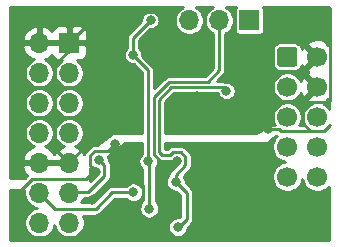
<source format=gbl>
%TF.GenerationSoftware,KiCad,Pcbnew,(5.1.6-0)*%
%TF.CreationDate,2022-11-03T10:15:40+01:00*%
%TF.ProjectId,Monitorswitch,4d6f6e69-746f-4727-9377-697463682e6b,rev?*%
%TF.SameCoordinates,Original*%
%TF.FileFunction,Copper,L2,Bot*%
%TF.FilePolarity,Positive*%
%FSLAX46Y46*%
G04 Gerber Fmt 4.6, Leading zero omitted, Abs format (unit mm)*
G04 Created by KiCad (PCBNEW (5.1.6-0)) date 2022-11-03 10:15:40*
%MOMM*%
%LPD*%
G01*
G04 APERTURE LIST*
%TA.AperFunction,ComponentPad*%
%ADD10O,1.700000X1.700000*%
%TD*%
%TA.AperFunction,ComponentPad*%
%ADD11R,1.700000X1.700000*%
%TD*%
%TA.AperFunction,ComponentPad*%
%ADD12C,1.700000*%
%TD*%
%TA.AperFunction,ViaPad*%
%ADD13C,0.800000*%
%TD*%
%TA.AperFunction,Conductor*%
%ADD14C,0.250000*%
%TD*%
%TA.AperFunction,Conductor*%
%ADD15C,0.254000*%
%TD*%
G04 APERTURE END LIST*
D10*
%TO.P,J3,3*%
%TO.N,/SWI*%
X133760000Y-94500000D03*
%TO.P,J3,2*%
%TO.N,GND*%
X136300000Y-94500000D03*
D11*
%TO.P,J3,1*%
%TO.N,+5V*%
X138840000Y-94500000D03*
%TD*%
D12*
%TO.P,J1,10*%
%TO.N,Net-(J1-Pad10)*%
X144590000Y-107740000D03*
%TO.P,J1,8*%
%TO.N,Net-(J1-Pad8)*%
X144590000Y-105200000D03*
%TO.P,J1,6*%
%TO.N,Net-(J1-Pad6)*%
X144590000Y-102660000D03*
%TO.P,J1,4*%
%TO.N,GNDA*%
X144590000Y-100120000D03*
%TO.P,J1,2*%
X144590000Y-97580000D03*
%TO.P,J1,9*%
%TO.N,/V_GFX*%
X142050000Y-107740000D03*
%TO.P,J1,7*%
%TO.N,/H_GFX*%
X142050000Y-105200000D03*
%TO.P,J1,5*%
%TO.N,/B_GFX*%
X142050000Y-102660000D03*
%TO.P,J1,3*%
%TO.N,/G_GFX*%
X142050000Y-100120000D03*
%TO.P,J1,1*%
%TO.N,/R_GFX*%
%TA.AperFunction,ComponentPad*%
G36*
G01*
X141200000Y-98180000D02*
X141200000Y-96980000D01*
G75*
G02*
X141450000Y-96730000I250000J0D01*
G01*
X142650000Y-96730000D01*
G75*
G02*
X142900000Y-96980000I0J-250000D01*
G01*
X142900000Y-98180000D01*
G75*
G02*
X142650000Y-98430000I-250000J0D01*
G01*
X141450000Y-98430000D01*
G75*
G02*
X141200000Y-98180000I0J250000D01*
G01*
G37*
%TD.AperFunction*%
%TD*%
D10*
%TO.P,J2,14*%
%TO.N,/H_OUT*%
X121060000Y-111640000D03*
%TO.P,J2,13*%
%TO.N,/H_A*%
X123600000Y-111640000D03*
%TO.P,J2,12*%
%TO.N,/V_OUT*%
X121060000Y-109100000D03*
%TO.P,J2,11*%
%TO.N,/V_A*%
X123600000Y-109100000D03*
%TO.P,J2,10*%
%TO.N,GNDA*%
X121060000Y-106560000D03*
%TO.P,J2,9*%
X123600000Y-106560000D03*
%TO.P,J2,8*%
%TO.N,/B_OUT*%
X121060000Y-104020000D03*
%TO.P,J2,7*%
%TO.N,/B_A*%
X123600000Y-104020000D03*
%TO.P,J2,6*%
%TO.N,/G_OUT*%
X121060000Y-101480000D03*
%TO.P,J2,5*%
%TO.N,/G_A*%
X123600000Y-101480000D03*
%TO.P,J2,4*%
%TO.N,/R_OUT*%
X121060000Y-98940000D03*
%TO.P,J2,3*%
%TO.N,/R_A*%
X123600000Y-98940000D03*
%TO.P,J2,2*%
%TO.N,GNDA*%
X121060000Y-96400000D03*
D11*
%TO.P,J2,1*%
X123600000Y-96400000D03*
%TD*%
D13*
%TO.N,/SWI*%
X129000000Y-97425000D03*
X130474062Y-94475937D03*
X130276600Y-106426000D03*
X130350000Y-110436400D03*
%TO.N,/V_OUT*%
X129019999Y-109046812D03*
%TO.N,/V_A*%
X126085600Y-106273600D03*
%TO.N,GND*%
X140000000Y-105400000D03*
X135600000Y-105200000D03*
X125476000Y-109728000D03*
X119126000Y-110998000D03*
X136969500Y-110363000D03*
X125831600Y-107315000D03*
X132689600Y-106400600D03*
X125476000Y-111404400D03*
X119278400Y-112623600D03*
X144983200Y-112598200D03*
X143535400Y-109321600D03*
X137972800Y-112649000D03*
X138074400Y-109829600D03*
X131572000Y-109728000D03*
X127448255Y-105000028D03*
X138684000Y-107442000D03*
X134620000Y-109220000D03*
%TO.N,+5V*%
X132600000Y-108150000D03*
X136900000Y-100450000D03*
X132789787Y-111999950D03*
%TO.N,GNDA*%
X132000000Y-95225000D03*
X140450000Y-103700000D03*
X119380000Y-93980000D03*
X145034000Y-93726000D03*
X126746000Y-99237800D03*
X139395200Y-100584000D03*
X134442200Y-100863400D03*
X136702800Y-103682800D03*
X132105400Y-103682800D03*
X125443200Y-104716800D03*
X131495800Y-97866200D03*
%TD*%
D14*
%TO.N,/SWI*%
X129000000Y-95949999D02*
X130474062Y-94475937D01*
X129000000Y-97425000D02*
X129000000Y-95949999D01*
X130350000Y-106499400D02*
X130276600Y-106426000D01*
X130350000Y-108300000D02*
X130350000Y-106499400D01*
X130276600Y-98701600D02*
X129000000Y-97425000D01*
X130276600Y-106426000D02*
X130276600Y-98701600D01*
X130350000Y-110436400D02*
X130350000Y-110614200D01*
X130350000Y-108300000D02*
X130350000Y-110436400D01*
%TO.N,/V_OUT*%
X129209800Y-109016800D02*
X129184400Y-109042200D01*
X122413001Y-110453001D02*
X121060000Y-109100000D01*
X125824001Y-110453001D02*
X122413001Y-110453001D01*
X127234802Y-109042200D02*
X125824001Y-110453001D01*
X129184400Y-109042200D02*
X127234802Y-109042200D01*
%TO.N,/V_A*%
X123697001Y-109002999D02*
X123600000Y-109100000D01*
X125216603Y-109002999D02*
X123697001Y-109002999D01*
X126556601Y-107663001D02*
X125216603Y-109002999D01*
X126085600Y-106273600D02*
X126556601Y-106744601D01*
X126556601Y-106744601D02*
X126556601Y-107663001D01*
%TO.N,GND*%
X119659001Y-110464999D02*
X119126000Y-110998000D01*
X136969500Y-110363000D02*
X136525000Y-110363000D01*
X136300000Y-96135400D02*
X136296400Y-96139000D01*
X136300000Y-94500000D02*
X136300000Y-96135400D01*
X136296400Y-96139000D02*
X136296400Y-98704400D01*
X132035811Y-99688389D02*
X130726610Y-100997590D01*
X135312411Y-99688389D02*
X132035811Y-99688389D01*
X136296400Y-98704400D02*
X135312411Y-99688389D01*
X130726610Y-105803008D02*
X131298802Y-106375200D01*
X130726610Y-100997590D02*
X130726610Y-105803008D01*
X132664200Y-106375200D02*
X132689600Y-106400600D01*
X131298802Y-106375200D02*
X132664200Y-106375200D01*
X119075200Y-112420400D02*
X119278400Y-112623600D01*
X119075200Y-109296200D02*
X119075200Y-112420400D01*
X124164001Y-112815001D02*
X119469801Y-112815001D01*
X119469801Y-112815001D02*
X119278400Y-112623600D01*
X125476000Y-111503002D02*
X124164001Y-112815001D01*
X125476000Y-111404400D02*
X125476000Y-111503002D01*
X125831600Y-107315000D02*
X125603000Y-107315000D01*
X120446401Y-107924999D02*
X120408700Y-107962700D01*
X124993001Y-107924999D02*
X120446401Y-107924999D01*
X120408700Y-107962700D02*
X119075200Y-109296200D01*
X125603000Y-107315000D02*
X124993001Y-107924999D01*
X125476000Y-109728000D02*
X127508000Y-107696000D01*
X129794000Y-108458000D02*
X129794000Y-109728000D01*
X129032000Y-107696000D02*
X129794000Y-108458000D01*
X127508000Y-107696000D02*
X129032000Y-107696000D01*
X125360599Y-105925599D02*
X125737599Y-105548599D01*
X125360599Y-106843999D02*
X125360599Y-105925599D01*
X125831600Y-107315000D02*
X125360599Y-106843999D01*
X127138599Y-105548599D02*
X127138599Y-108065401D01*
X127138599Y-108065401D02*
X125476000Y-109728000D01*
X127448255Y-107755745D02*
X125476000Y-109728000D01*
X127448255Y-105000028D02*
X127448255Y-107755745D01*
X126861401Y-105548599D02*
X126899684Y-105548599D01*
X125737599Y-105548599D02*
X126861401Y-105548599D01*
X126899684Y-105548599D02*
X127448255Y-105000028D01*
X126861401Y-105548599D02*
X127138599Y-105548599D01*
X127448255Y-105000028D02*
X127448255Y-105215745D01*
X127138599Y-105525401D02*
X127138599Y-105548599D01*
X127448255Y-105215745D02*
X127138599Y-105525401D01*
%TO.N,+5V*%
X133525001Y-109075001D02*
X132600000Y-108150000D01*
X133037601Y-105675599D02*
X132341599Y-105675599D01*
X133414601Y-106052599D02*
X133037601Y-105675599D01*
X132099198Y-105918000D02*
X131478012Y-105918000D01*
X132341599Y-105675599D02*
X132099198Y-105918000D01*
X133414601Y-106748601D02*
X133414601Y-106052599D01*
X132600000Y-107563202D02*
X133414601Y-106748601D01*
X132600000Y-108150000D02*
X132600000Y-107563202D01*
X131478012Y-105918000D02*
X131176620Y-105616608D01*
X131176620Y-101207980D02*
X132246201Y-100138399D01*
X131176620Y-105616608D02*
X131176620Y-101207980D01*
X136588399Y-100138399D02*
X136900000Y-100450000D01*
X132246201Y-100138399D02*
X136588399Y-100138399D01*
X132873052Y-111999950D02*
X133525001Y-111348001D01*
X133525001Y-111274601D02*
X133525001Y-109075001D01*
X133525001Y-111348001D02*
X133525001Y-111274601D01*
X132789787Y-111999950D02*
X132873052Y-111999950D01*
%TO.N,GNDA*%
X122424999Y-98225001D02*
X122424999Y-105384999D01*
X122424999Y-105384999D02*
X123600000Y-106560000D01*
X123600000Y-97050000D02*
X122424999Y-98225001D01*
X123600000Y-96400000D02*
X123600000Y-97050000D01*
X121060000Y-106560000D02*
X123600000Y-106560000D01*
X130822063Y-93750936D02*
X126249064Y-93750936D01*
X126249064Y-93750936D02*
X125425000Y-94575000D01*
X131199063Y-94424063D02*
X131199063Y-94127936D01*
X132000000Y-95225000D02*
X131199063Y-94424063D01*
X125700000Y-94300000D02*
X125425000Y-94575000D01*
X125425000Y-94575000D02*
X123600000Y-96400000D01*
X131199063Y-94127936D02*
X130822063Y-93750936D01*
X123600000Y-106560000D02*
X123600000Y-106524000D01*
X123600000Y-106524000D02*
X126746000Y-103378000D01*
X119634000Y-94234000D02*
X119380000Y-93980000D01*
X126746000Y-94234000D02*
X119634000Y-94234000D01*
X126746000Y-99237800D02*
X126746000Y-94234000D01*
X126746000Y-103378000D02*
X126746000Y-99237800D01*
X141485999Y-103835001D02*
X145154001Y-103835001D01*
X141350998Y-103700000D02*
X141485999Y-103835001D01*
X140450000Y-103700000D02*
X141350998Y-103700000D01*
X145154001Y-103835001D02*
X145674990Y-103314012D01*
X145674990Y-93421200D02*
X145338800Y-93421200D01*
X145542000Y-101422200D02*
X145674990Y-101289210D01*
X145338800Y-93421200D02*
X145034000Y-93726000D01*
X143414999Y-102095999D02*
X144088798Y-101422200D01*
X145154001Y-103835001D02*
X144025999Y-103835001D01*
X144025999Y-103835001D02*
X143414999Y-103224001D01*
X144088798Y-101422200D02*
X145542000Y-101422200D01*
X145674990Y-101289210D02*
X145674990Y-93421200D01*
X143414999Y-103224001D02*
X143414999Y-102095999D01*
%TD*%
D15*
%TO.N,GND*%
G36*
X141149474Y-104283261D02*
G01*
X141051875Y-104380860D01*
X140911247Y-104591324D01*
X140814381Y-104825179D01*
X140765000Y-105073439D01*
X140765000Y-105326561D01*
X140814381Y-105574821D01*
X140911247Y-105808676D01*
X141051875Y-106019140D01*
X141230860Y-106198125D01*
X141441324Y-106338753D01*
X141675179Y-106435619D01*
X141848027Y-106470000D01*
X141675179Y-106504381D01*
X141441324Y-106601247D01*
X141230860Y-106741875D01*
X141051875Y-106920860D01*
X140911247Y-107131324D01*
X140814381Y-107365179D01*
X140765000Y-107613439D01*
X140765000Y-107866561D01*
X140814381Y-108114821D01*
X140911247Y-108348676D01*
X141051875Y-108559140D01*
X141230860Y-108738125D01*
X141441324Y-108878753D01*
X141675179Y-108975619D01*
X141923439Y-109025000D01*
X142176561Y-109025000D01*
X142424821Y-108975619D01*
X142658676Y-108878753D01*
X142869140Y-108738125D01*
X143048125Y-108559140D01*
X143188753Y-108348676D01*
X143285619Y-108114821D01*
X143320000Y-107941973D01*
X143354381Y-108114821D01*
X143451247Y-108348676D01*
X143591875Y-108559140D01*
X143770860Y-108738125D01*
X143981324Y-108878753D01*
X144215179Y-108975619D01*
X144463439Y-109025000D01*
X144716561Y-109025000D01*
X144964821Y-108975619D01*
X145198676Y-108878753D01*
X145409140Y-108738125D01*
X145565001Y-108582264D01*
X145565001Y-113053000D01*
X118595000Y-113053000D01*
X118595000Y-108839000D01*
X119801741Y-108839000D01*
X119775000Y-108973439D01*
X119775000Y-109226561D01*
X119824381Y-109474821D01*
X119921247Y-109708676D01*
X120061875Y-109919140D01*
X120240860Y-110098125D01*
X120451324Y-110238753D01*
X120685179Y-110335619D01*
X120858027Y-110370000D01*
X120685179Y-110404381D01*
X120451324Y-110501247D01*
X120240860Y-110641875D01*
X120061875Y-110820860D01*
X119921247Y-111031324D01*
X119824381Y-111265179D01*
X119775000Y-111513439D01*
X119775000Y-111766561D01*
X119824381Y-112014821D01*
X119921247Y-112248676D01*
X120061875Y-112459140D01*
X120240860Y-112638125D01*
X120451324Y-112778753D01*
X120685179Y-112875619D01*
X120933439Y-112925000D01*
X121186561Y-112925000D01*
X121434821Y-112875619D01*
X121668676Y-112778753D01*
X121879140Y-112638125D01*
X122058125Y-112459140D01*
X122198753Y-112248676D01*
X122295619Y-112014821D01*
X122330000Y-111841973D01*
X122364381Y-112014821D01*
X122461247Y-112248676D01*
X122601875Y-112459140D01*
X122780860Y-112638125D01*
X122991324Y-112778753D01*
X123225179Y-112875619D01*
X123473439Y-112925000D01*
X123726561Y-112925000D01*
X123974821Y-112875619D01*
X124208676Y-112778753D01*
X124419140Y-112638125D01*
X124598125Y-112459140D01*
X124738753Y-112248676D01*
X124835619Y-112014821D01*
X124885000Y-111766561D01*
X124885000Y-111513439D01*
X124835619Y-111265179D01*
X124738753Y-111031324D01*
X124726510Y-111013001D01*
X125796505Y-111013001D01*
X125824001Y-111015709D01*
X125851497Y-111013001D01*
X125851507Y-111013001D01*
X125933780Y-111004898D01*
X126039340Y-110972876D01*
X126136625Y-110920876D01*
X126186279Y-110880126D01*
X126200531Y-110868430D01*
X126200532Y-110868429D01*
X126221896Y-110850896D01*
X126239429Y-110829532D01*
X127466762Y-109602200D01*
X128394519Y-109602200D01*
X128487718Y-109695399D01*
X128624478Y-109786779D01*
X128776439Y-109849723D01*
X128937759Y-109881812D01*
X129102239Y-109881812D01*
X129263559Y-109849723D01*
X129415520Y-109786779D01*
X129552280Y-109695399D01*
X129668586Y-109579093D01*
X129759966Y-109442333D01*
X129790001Y-109369823D01*
X129790001Y-109815531D01*
X129701413Y-109904119D01*
X129610033Y-110040879D01*
X129547089Y-110192840D01*
X129515000Y-110354160D01*
X129515000Y-110518640D01*
X129547089Y-110679960D01*
X129610033Y-110831921D01*
X129701413Y-110968681D01*
X129817719Y-111084987D01*
X129954479Y-111176367D01*
X130106440Y-111239311D01*
X130267760Y-111271400D01*
X130432240Y-111271400D01*
X130593560Y-111239311D01*
X130745521Y-111176367D01*
X130882281Y-111084987D01*
X130998587Y-110968681D01*
X131089967Y-110831921D01*
X131152911Y-110679960D01*
X131185000Y-110518640D01*
X131185000Y-110354160D01*
X131152911Y-110192840D01*
X131089967Y-110040879D01*
X130998587Y-109904119D01*
X130910000Y-109815532D01*
X130910000Y-106973468D01*
X130925187Y-106958281D01*
X131016567Y-106821521D01*
X131079511Y-106669560D01*
X131111600Y-106508240D01*
X131111600Y-106343760D01*
X131111118Y-106341337D01*
X131143693Y-106368070D01*
X131165388Y-106385875D01*
X131262672Y-106437875D01*
X131287241Y-106445328D01*
X131368233Y-106469897D01*
X131450506Y-106478000D01*
X131450516Y-106478000D01*
X131478012Y-106480708D01*
X131505508Y-106478000D01*
X132071702Y-106478000D01*
X132099198Y-106480708D01*
X132126694Y-106478000D01*
X132126704Y-106478000D01*
X132208977Y-106469897D01*
X132314537Y-106437875D01*
X132411822Y-106385875D01*
X132414863Y-106383379D01*
X132475728Y-106333429D01*
X132475729Y-106333428D01*
X132497093Y-106315895D01*
X132514626Y-106294530D01*
X132573558Y-106235599D01*
X132805642Y-106235599D01*
X132854601Y-106284558D01*
X132854601Y-106516642D01*
X132223464Y-107147779D01*
X132202106Y-107165307D01*
X132184578Y-107186665D01*
X132184571Y-107186672D01*
X132132125Y-107250578D01*
X132080540Y-107347089D01*
X132080126Y-107347863D01*
X132048103Y-107453423D01*
X132040717Y-107528415D01*
X131951413Y-107617719D01*
X131860033Y-107754479D01*
X131797089Y-107906440D01*
X131765000Y-108067760D01*
X131765000Y-108232240D01*
X131797089Y-108393560D01*
X131860033Y-108545521D01*
X131951413Y-108682281D01*
X132067719Y-108798587D01*
X132204479Y-108889967D01*
X132356440Y-108952911D01*
X132517760Y-108985000D01*
X132643041Y-108985000D01*
X132965002Y-109306962D01*
X132965001Y-111116041D01*
X132908781Y-111172261D01*
X132872027Y-111164950D01*
X132707547Y-111164950D01*
X132546227Y-111197039D01*
X132394266Y-111259983D01*
X132257506Y-111351363D01*
X132141200Y-111467669D01*
X132049820Y-111604429D01*
X131986876Y-111756390D01*
X131954787Y-111917710D01*
X131954787Y-112082190D01*
X131986876Y-112243510D01*
X132049820Y-112395471D01*
X132141200Y-112532231D01*
X132257506Y-112648537D01*
X132394266Y-112739917D01*
X132546227Y-112802861D01*
X132707547Y-112834950D01*
X132872027Y-112834950D01*
X133033347Y-112802861D01*
X133185308Y-112739917D01*
X133322068Y-112648537D01*
X133438374Y-112532231D01*
X133529754Y-112395471D01*
X133592698Y-112243510D01*
X133624787Y-112082190D01*
X133624787Y-112040175D01*
X133901538Y-111763424D01*
X133922896Y-111745896D01*
X133940424Y-111724538D01*
X133940430Y-111724532D01*
X133992876Y-111660626D01*
X134044875Y-111563341D01*
X134044876Y-111563340D01*
X134076898Y-111457780D01*
X134085001Y-111375507D01*
X134085001Y-111375498D01*
X134087709Y-111348002D01*
X134085001Y-111320506D01*
X134085001Y-109102497D01*
X134087709Y-109075001D01*
X134085001Y-109047505D01*
X134085001Y-109047495D01*
X134076898Y-108965222D01*
X134044876Y-108859662D01*
X134006390Y-108787660D01*
X133992876Y-108762376D01*
X133940430Y-108698470D01*
X133940424Y-108698464D01*
X133922896Y-108677106D01*
X133901538Y-108659578D01*
X133435000Y-108193041D01*
X133435000Y-108067760D01*
X133402911Y-107906440D01*
X133339967Y-107754479D01*
X133284177Y-107670984D01*
X133791132Y-107164029D01*
X133812496Y-107146496D01*
X133830030Y-107125131D01*
X133882476Y-107061226D01*
X133919544Y-106991875D01*
X133934476Y-106963940D01*
X133966498Y-106858380D01*
X133974601Y-106776107D01*
X133974601Y-106776097D01*
X133977309Y-106748601D01*
X133974601Y-106721105D01*
X133974601Y-106080095D01*
X133977309Y-106052599D01*
X133974601Y-106025103D01*
X133974601Y-106025093D01*
X133966498Y-105942820D01*
X133934476Y-105837260D01*
X133934476Y-105837259D01*
X133882476Y-105739974D01*
X133830030Y-105676069D01*
X133830029Y-105676068D01*
X133812496Y-105654704D01*
X133791132Y-105637171D01*
X133453029Y-105299068D01*
X133435496Y-105277704D01*
X133408586Y-105255619D01*
X133350225Y-105207724D01*
X133337980Y-105201179D01*
X133252940Y-105155724D01*
X133147380Y-105123702D01*
X133065107Y-105115599D01*
X133065097Y-105115599D01*
X133037601Y-105112891D01*
X133010105Y-105115599D01*
X132369095Y-105115599D01*
X132341599Y-105112891D01*
X132314103Y-105115599D01*
X132314093Y-105115599D01*
X132231820Y-105123702D01*
X132126260Y-105155724D01*
X132028975Y-105207724D01*
X131943704Y-105277704D01*
X131926167Y-105299073D01*
X131867240Y-105358000D01*
X131736620Y-105358000D01*
X131736620Y-104902000D01*
X140335000Y-104902000D01*
X140359776Y-104899560D01*
X140383601Y-104892333D01*
X140405557Y-104880597D01*
X140424803Y-104864803D01*
X140857931Y-104431675D01*
X140982281Y-104348587D01*
X141063868Y-104267000D01*
X141129660Y-104267000D01*
X141149474Y-104283261D01*
G37*
X141149474Y-104283261D02*
X141051875Y-104380860D01*
X140911247Y-104591324D01*
X140814381Y-104825179D01*
X140765000Y-105073439D01*
X140765000Y-105326561D01*
X140814381Y-105574821D01*
X140911247Y-105808676D01*
X141051875Y-106019140D01*
X141230860Y-106198125D01*
X141441324Y-106338753D01*
X141675179Y-106435619D01*
X141848027Y-106470000D01*
X141675179Y-106504381D01*
X141441324Y-106601247D01*
X141230860Y-106741875D01*
X141051875Y-106920860D01*
X140911247Y-107131324D01*
X140814381Y-107365179D01*
X140765000Y-107613439D01*
X140765000Y-107866561D01*
X140814381Y-108114821D01*
X140911247Y-108348676D01*
X141051875Y-108559140D01*
X141230860Y-108738125D01*
X141441324Y-108878753D01*
X141675179Y-108975619D01*
X141923439Y-109025000D01*
X142176561Y-109025000D01*
X142424821Y-108975619D01*
X142658676Y-108878753D01*
X142869140Y-108738125D01*
X143048125Y-108559140D01*
X143188753Y-108348676D01*
X143285619Y-108114821D01*
X143320000Y-107941973D01*
X143354381Y-108114821D01*
X143451247Y-108348676D01*
X143591875Y-108559140D01*
X143770860Y-108738125D01*
X143981324Y-108878753D01*
X144215179Y-108975619D01*
X144463439Y-109025000D01*
X144716561Y-109025000D01*
X144964821Y-108975619D01*
X145198676Y-108878753D01*
X145409140Y-108738125D01*
X145565001Y-108582264D01*
X145565001Y-113053000D01*
X118595000Y-113053000D01*
X118595000Y-108839000D01*
X119801741Y-108839000D01*
X119775000Y-108973439D01*
X119775000Y-109226561D01*
X119824381Y-109474821D01*
X119921247Y-109708676D01*
X120061875Y-109919140D01*
X120240860Y-110098125D01*
X120451324Y-110238753D01*
X120685179Y-110335619D01*
X120858027Y-110370000D01*
X120685179Y-110404381D01*
X120451324Y-110501247D01*
X120240860Y-110641875D01*
X120061875Y-110820860D01*
X119921247Y-111031324D01*
X119824381Y-111265179D01*
X119775000Y-111513439D01*
X119775000Y-111766561D01*
X119824381Y-112014821D01*
X119921247Y-112248676D01*
X120061875Y-112459140D01*
X120240860Y-112638125D01*
X120451324Y-112778753D01*
X120685179Y-112875619D01*
X120933439Y-112925000D01*
X121186561Y-112925000D01*
X121434821Y-112875619D01*
X121668676Y-112778753D01*
X121879140Y-112638125D01*
X122058125Y-112459140D01*
X122198753Y-112248676D01*
X122295619Y-112014821D01*
X122330000Y-111841973D01*
X122364381Y-112014821D01*
X122461247Y-112248676D01*
X122601875Y-112459140D01*
X122780860Y-112638125D01*
X122991324Y-112778753D01*
X123225179Y-112875619D01*
X123473439Y-112925000D01*
X123726561Y-112925000D01*
X123974821Y-112875619D01*
X124208676Y-112778753D01*
X124419140Y-112638125D01*
X124598125Y-112459140D01*
X124738753Y-112248676D01*
X124835619Y-112014821D01*
X124885000Y-111766561D01*
X124885000Y-111513439D01*
X124835619Y-111265179D01*
X124738753Y-111031324D01*
X124726510Y-111013001D01*
X125796505Y-111013001D01*
X125824001Y-111015709D01*
X125851497Y-111013001D01*
X125851507Y-111013001D01*
X125933780Y-111004898D01*
X126039340Y-110972876D01*
X126136625Y-110920876D01*
X126186279Y-110880126D01*
X126200531Y-110868430D01*
X126200532Y-110868429D01*
X126221896Y-110850896D01*
X126239429Y-110829532D01*
X127466762Y-109602200D01*
X128394519Y-109602200D01*
X128487718Y-109695399D01*
X128624478Y-109786779D01*
X128776439Y-109849723D01*
X128937759Y-109881812D01*
X129102239Y-109881812D01*
X129263559Y-109849723D01*
X129415520Y-109786779D01*
X129552280Y-109695399D01*
X129668586Y-109579093D01*
X129759966Y-109442333D01*
X129790001Y-109369823D01*
X129790001Y-109815531D01*
X129701413Y-109904119D01*
X129610033Y-110040879D01*
X129547089Y-110192840D01*
X129515000Y-110354160D01*
X129515000Y-110518640D01*
X129547089Y-110679960D01*
X129610033Y-110831921D01*
X129701413Y-110968681D01*
X129817719Y-111084987D01*
X129954479Y-111176367D01*
X130106440Y-111239311D01*
X130267760Y-111271400D01*
X130432240Y-111271400D01*
X130593560Y-111239311D01*
X130745521Y-111176367D01*
X130882281Y-111084987D01*
X130998587Y-110968681D01*
X131089967Y-110831921D01*
X131152911Y-110679960D01*
X131185000Y-110518640D01*
X131185000Y-110354160D01*
X131152911Y-110192840D01*
X131089967Y-110040879D01*
X130998587Y-109904119D01*
X130910000Y-109815532D01*
X130910000Y-106973468D01*
X130925187Y-106958281D01*
X131016567Y-106821521D01*
X131079511Y-106669560D01*
X131111600Y-106508240D01*
X131111600Y-106343760D01*
X131111118Y-106341337D01*
X131143693Y-106368070D01*
X131165388Y-106385875D01*
X131262672Y-106437875D01*
X131287241Y-106445328D01*
X131368233Y-106469897D01*
X131450506Y-106478000D01*
X131450516Y-106478000D01*
X131478012Y-106480708D01*
X131505508Y-106478000D01*
X132071702Y-106478000D01*
X132099198Y-106480708D01*
X132126694Y-106478000D01*
X132126704Y-106478000D01*
X132208977Y-106469897D01*
X132314537Y-106437875D01*
X132411822Y-106385875D01*
X132414863Y-106383379D01*
X132475728Y-106333429D01*
X132475729Y-106333428D01*
X132497093Y-106315895D01*
X132514626Y-106294530D01*
X132573558Y-106235599D01*
X132805642Y-106235599D01*
X132854601Y-106284558D01*
X132854601Y-106516642D01*
X132223464Y-107147779D01*
X132202106Y-107165307D01*
X132184578Y-107186665D01*
X132184571Y-107186672D01*
X132132125Y-107250578D01*
X132080540Y-107347089D01*
X132080126Y-107347863D01*
X132048103Y-107453423D01*
X132040717Y-107528415D01*
X131951413Y-107617719D01*
X131860033Y-107754479D01*
X131797089Y-107906440D01*
X131765000Y-108067760D01*
X131765000Y-108232240D01*
X131797089Y-108393560D01*
X131860033Y-108545521D01*
X131951413Y-108682281D01*
X132067719Y-108798587D01*
X132204479Y-108889967D01*
X132356440Y-108952911D01*
X132517760Y-108985000D01*
X132643041Y-108985000D01*
X132965002Y-109306962D01*
X132965001Y-111116041D01*
X132908781Y-111172261D01*
X132872027Y-111164950D01*
X132707547Y-111164950D01*
X132546227Y-111197039D01*
X132394266Y-111259983D01*
X132257506Y-111351363D01*
X132141200Y-111467669D01*
X132049820Y-111604429D01*
X131986876Y-111756390D01*
X131954787Y-111917710D01*
X131954787Y-112082190D01*
X131986876Y-112243510D01*
X132049820Y-112395471D01*
X132141200Y-112532231D01*
X132257506Y-112648537D01*
X132394266Y-112739917D01*
X132546227Y-112802861D01*
X132707547Y-112834950D01*
X132872027Y-112834950D01*
X133033347Y-112802861D01*
X133185308Y-112739917D01*
X133322068Y-112648537D01*
X133438374Y-112532231D01*
X133529754Y-112395471D01*
X133592698Y-112243510D01*
X133624787Y-112082190D01*
X133624787Y-112040175D01*
X133901538Y-111763424D01*
X133922896Y-111745896D01*
X133940424Y-111724538D01*
X133940430Y-111724532D01*
X133992876Y-111660626D01*
X134044875Y-111563341D01*
X134044876Y-111563340D01*
X134076898Y-111457780D01*
X134085001Y-111375507D01*
X134085001Y-111375498D01*
X134087709Y-111348002D01*
X134085001Y-111320506D01*
X134085001Y-109102497D01*
X134087709Y-109075001D01*
X134085001Y-109047505D01*
X134085001Y-109047495D01*
X134076898Y-108965222D01*
X134044876Y-108859662D01*
X134006390Y-108787660D01*
X133992876Y-108762376D01*
X133940430Y-108698470D01*
X133940424Y-108698464D01*
X133922896Y-108677106D01*
X133901538Y-108659578D01*
X133435000Y-108193041D01*
X133435000Y-108067760D01*
X133402911Y-107906440D01*
X133339967Y-107754479D01*
X133284177Y-107670984D01*
X133791132Y-107164029D01*
X133812496Y-107146496D01*
X133830030Y-107125131D01*
X133882476Y-107061226D01*
X133919544Y-106991875D01*
X133934476Y-106963940D01*
X133966498Y-106858380D01*
X133974601Y-106776107D01*
X133974601Y-106776097D01*
X133977309Y-106748601D01*
X133974601Y-106721105D01*
X133974601Y-106080095D01*
X133977309Y-106052599D01*
X133974601Y-106025103D01*
X133974601Y-106025093D01*
X133966498Y-105942820D01*
X133934476Y-105837260D01*
X133934476Y-105837259D01*
X133882476Y-105739974D01*
X133830030Y-105676069D01*
X133830029Y-105676068D01*
X133812496Y-105654704D01*
X133791132Y-105637171D01*
X133453029Y-105299068D01*
X133435496Y-105277704D01*
X133408586Y-105255619D01*
X133350225Y-105207724D01*
X133337980Y-105201179D01*
X133252940Y-105155724D01*
X133147380Y-105123702D01*
X133065107Y-105115599D01*
X133065097Y-105115599D01*
X133037601Y-105112891D01*
X133010105Y-105115599D01*
X132369095Y-105115599D01*
X132341599Y-105112891D01*
X132314103Y-105115599D01*
X132314093Y-105115599D01*
X132231820Y-105123702D01*
X132126260Y-105155724D01*
X132028975Y-105207724D01*
X131943704Y-105277704D01*
X131926167Y-105299073D01*
X131867240Y-105358000D01*
X131736620Y-105358000D01*
X131736620Y-104902000D01*
X140335000Y-104902000D01*
X140359776Y-104899560D01*
X140383601Y-104892333D01*
X140405557Y-104880597D01*
X140424803Y-104864803D01*
X140857931Y-104431675D01*
X140982281Y-104348587D01*
X141063868Y-104267000D01*
X141129660Y-104267000D01*
X141149474Y-104283261D01*
G36*
X129716600Y-105805132D02*
G01*
X129628013Y-105893719D01*
X129536633Y-106030479D01*
X129473689Y-106182440D01*
X129441600Y-106343760D01*
X129441600Y-106508240D01*
X129473689Y-106669560D01*
X129536633Y-106821521D01*
X129628013Y-106958281D01*
X129744319Y-107074587D01*
X129790001Y-107105110D01*
X129790000Y-108272494D01*
X129790000Y-108723800D01*
X129759966Y-108651291D01*
X129668586Y-108514531D01*
X129552280Y-108398225D01*
X129415520Y-108306845D01*
X129263559Y-108243901D01*
X129102239Y-108211812D01*
X128937759Y-108211812D01*
X128776439Y-108243901D01*
X128624478Y-108306845D01*
X128487718Y-108398225D01*
X128403743Y-108482200D01*
X127262298Y-108482200D01*
X127234802Y-108479492D01*
X127207306Y-108482200D01*
X127207296Y-108482200D01*
X127125023Y-108490303D01*
X127019463Y-108522325D01*
X126995518Y-108535124D01*
X126922177Y-108574325D01*
X126858271Y-108626771D01*
X126858265Y-108626777D01*
X126836907Y-108644305D01*
X126819379Y-108665663D01*
X125592042Y-109893001D01*
X124615591Y-109893001D01*
X124738753Y-109708676D01*
X124799094Y-109562999D01*
X125189107Y-109562999D01*
X125216603Y-109565707D01*
X125244099Y-109562999D01*
X125244109Y-109562999D01*
X125326382Y-109554896D01*
X125431942Y-109522874D01*
X125529227Y-109470874D01*
X125545366Y-109457629D01*
X125593133Y-109418428D01*
X125593134Y-109418427D01*
X125614498Y-109400894D01*
X125632032Y-109379529D01*
X126933138Y-108078424D01*
X126954496Y-108060896D01*
X126972024Y-108039538D01*
X126972030Y-108039532D01*
X127024476Y-107975626D01*
X127076475Y-107878341D01*
X127076476Y-107878340D01*
X127108498Y-107772780D01*
X127116601Y-107690507D01*
X127116601Y-107690495D01*
X127119309Y-107663002D01*
X127116601Y-107635509D01*
X127116601Y-106772096D01*
X127119309Y-106744600D01*
X127116601Y-106717104D01*
X127116601Y-106717095D01*
X127108498Y-106634822D01*
X127076476Y-106529262D01*
X127027628Y-106437874D01*
X127024476Y-106431976D01*
X126972030Y-106368070D01*
X126972024Y-106368064D01*
X126954496Y-106346706D01*
X126933137Y-106329177D01*
X126920600Y-106316640D01*
X126920600Y-106191360D01*
X126888511Y-106030040D01*
X126849808Y-105936602D01*
X128310422Y-104902000D01*
X129716600Y-104902000D01*
X129716600Y-105805132D01*
G37*
X129716600Y-105805132D02*
X129628013Y-105893719D01*
X129536633Y-106030479D01*
X129473689Y-106182440D01*
X129441600Y-106343760D01*
X129441600Y-106508240D01*
X129473689Y-106669560D01*
X129536633Y-106821521D01*
X129628013Y-106958281D01*
X129744319Y-107074587D01*
X129790001Y-107105110D01*
X129790000Y-108272494D01*
X129790000Y-108723800D01*
X129759966Y-108651291D01*
X129668586Y-108514531D01*
X129552280Y-108398225D01*
X129415520Y-108306845D01*
X129263559Y-108243901D01*
X129102239Y-108211812D01*
X128937759Y-108211812D01*
X128776439Y-108243901D01*
X128624478Y-108306845D01*
X128487718Y-108398225D01*
X128403743Y-108482200D01*
X127262298Y-108482200D01*
X127234802Y-108479492D01*
X127207306Y-108482200D01*
X127207296Y-108482200D01*
X127125023Y-108490303D01*
X127019463Y-108522325D01*
X126995518Y-108535124D01*
X126922177Y-108574325D01*
X126858271Y-108626771D01*
X126858265Y-108626777D01*
X126836907Y-108644305D01*
X126819379Y-108665663D01*
X125592042Y-109893001D01*
X124615591Y-109893001D01*
X124738753Y-109708676D01*
X124799094Y-109562999D01*
X125189107Y-109562999D01*
X125216603Y-109565707D01*
X125244099Y-109562999D01*
X125244109Y-109562999D01*
X125326382Y-109554896D01*
X125431942Y-109522874D01*
X125529227Y-109470874D01*
X125545366Y-109457629D01*
X125593133Y-109418428D01*
X125593134Y-109418427D01*
X125614498Y-109400894D01*
X125632032Y-109379529D01*
X126933138Y-108078424D01*
X126954496Y-108060896D01*
X126972024Y-108039538D01*
X126972030Y-108039532D01*
X127024476Y-107975626D01*
X127076475Y-107878341D01*
X127076476Y-107878340D01*
X127108498Y-107772780D01*
X127116601Y-107690507D01*
X127116601Y-107690495D01*
X127119309Y-107663002D01*
X127116601Y-107635509D01*
X127116601Y-106772096D01*
X127119309Y-106744600D01*
X127116601Y-106717104D01*
X127116601Y-106717095D01*
X127108498Y-106634822D01*
X127076476Y-106529262D01*
X127027628Y-106437874D01*
X127024476Y-106431976D01*
X126972030Y-106368070D01*
X126972024Y-106368064D01*
X126954496Y-106346706D01*
X126933137Y-106329177D01*
X126920600Y-106316640D01*
X126920600Y-106191360D01*
X126888511Y-106030040D01*
X126849808Y-105936602D01*
X128310422Y-104902000D01*
X129716600Y-104902000D01*
X129716600Y-105805132D01*
G36*
X125553319Y-106922187D02*
G01*
X125690079Y-107013567D01*
X125842040Y-107076511D01*
X125996601Y-107107256D01*
X125996601Y-107431041D01*
X125349000Y-108078643D01*
X125349000Y-106999674D01*
X125513960Y-106882828D01*
X125553319Y-106922187D01*
G37*
X125553319Y-106922187D02*
X125690079Y-107013567D01*
X125842040Y-107076511D01*
X125996601Y-107107256D01*
X125996601Y-107431041D01*
X125349000Y-108078643D01*
X125349000Y-106999674D01*
X125513960Y-106882828D01*
X125553319Y-106922187D01*
%TO.N,GNDA*%
G36*
X133176903Y-93409102D02*
G01*
X132975283Y-93543820D01*
X132803820Y-93715283D01*
X132669102Y-93916903D01*
X132576307Y-94140931D01*
X132529000Y-94378757D01*
X132529000Y-94621243D01*
X132576307Y-94859069D01*
X132669102Y-95083097D01*
X132803820Y-95284717D01*
X132975283Y-95456180D01*
X133176903Y-95590898D01*
X133400931Y-95683693D01*
X133638757Y-95731000D01*
X133881243Y-95731000D01*
X134119069Y-95683693D01*
X134343097Y-95590898D01*
X134544717Y-95456180D01*
X134716180Y-95284717D01*
X134850898Y-95083097D01*
X134943693Y-94859069D01*
X134991000Y-94621243D01*
X134991000Y-94378757D01*
X134943693Y-94140931D01*
X134850898Y-93916903D01*
X134716180Y-93715283D01*
X134544717Y-93543820D01*
X134343097Y-93409102D01*
X134309052Y-93395000D01*
X135750948Y-93395000D01*
X135716903Y-93409102D01*
X135515283Y-93543820D01*
X135343820Y-93715283D01*
X135209102Y-93916903D01*
X135116307Y-94140931D01*
X135069000Y-94378757D01*
X135069000Y-94621243D01*
X135116307Y-94859069D01*
X135209102Y-95083097D01*
X135343820Y-95284717D01*
X135515283Y-95456180D01*
X135716903Y-95590898D01*
X135794001Y-95622833D01*
X135794001Y-96077587D01*
X135790400Y-96114147D01*
X135790400Y-96114154D01*
X135787953Y-96139000D01*
X135790400Y-96163846D01*
X135790401Y-98494807D01*
X135102820Y-99182389D01*
X132060665Y-99182389D01*
X132035811Y-99179941D01*
X132010957Y-99182389D01*
X131936618Y-99189711D01*
X131841236Y-99218644D01*
X131753332Y-99265630D01*
X131676284Y-99328862D01*
X131660440Y-99348168D01*
X130782600Y-100226009D01*
X130782600Y-98726445D01*
X130785047Y-98701599D01*
X130782600Y-98676753D01*
X130782600Y-98676746D01*
X130775278Y-98602407D01*
X130746345Y-98507025D01*
X130699359Y-98419121D01*
X130636127Y-98342073D01*
X130616820Y-98326228D01*
X129781000Y-97490409D01*
X129781000Y-97348078D01*
X129750987Y-97197191D01*
X129692113Y-97055058D01*
X129606642Y-96927141D01*
X129506000Y-96826499D01*
X129506000Y-96159590D01*
X130408654Y-95256937D01*
X130550984Y-95256937D01*
X130701871Y-95226924D01*
X130844004Y-95168050D01*
X130971921Y-95082579D01*
X131080704Y-94973796D01*
X131166175Y-94845879D01*
X131225049Y-94703746D01*
X131255062Y-94552859D01*
X131255062Y-94399015D01*
X131225049Y-94248128D01*
X131166175Y-94105995D01*
X131080704Y-93978078D01*
X130971921Y-93869295D01*
X130844004Y-93783824D01*
X130701871Y-93724950D01*
X130550984Y-93694937D01*
X130397140Y-93694937D01*
X130246253Y-93724950D01*
X130104120Y-93783824D01*
X129976203Y-93869295D01*
X129867420Y-93978078D01*
X129781949Y-94105995D01*
X129723075Y-94248128D01*
X129693062Y-94399015D01*
X129693062Y-94541345D01*
X128659780Y-95574627D01*
X128640474Y-95590472D01*
X128577242Y-95667520D01*
X128557903Y-95703701D01*
X128530255Y-95755425D01*
X128501322Y-95850807D01*
X128491553Y-95949999D01*
X128494001Y-95974855D01*
X128494000Y-96826499D01*
X128393358Y-96927141D01*
X128307887Y-97055058D01*
X128249013Y-97197191D01*
X128219000Y-97348078D01*
X128219000Y-97501922D01*
X128249013Y-97652809D01*
X128307887Y-97794942D01*
X128393358Y-97922859D01*
X128502141Y-98031642D01*
X128630058Y-98117113D01*
X128772191Y-98175987D01*
X128923078Y-98206000D01*
X129065409Y-98206000D01*
X129770601Y-98911193D01*
X129770600Y-104013000D01*
X127381000Y-104013000D01*
X127356224Y-104015440D01*
X127332399Y-104022667D01*
X127304800Y-104038400D01*
X125965868Y-105042599D01*
X125762453Y-105042599D01*
X125737599Y-105040151D01*
X125712745Y-105042599D01*
X125638406Y-105049921D01*
X125543024Y-105078854D01*
X125455120Y-105125840D01*
X125378072Y-105189072D01*
X125362228Y-105208378D01*
X125020379Y-105550228D01*
X125001073Y-105566072D01*
X124937841Y-105643120D01*
X124915194Y-105685490D01*
X124890854Y-105731025D01*
X124871879Y-105793579D01*
X124871641Y-105793080D01*
X124697588Y-105559731D01*
X124481355Y-105364822D01*
X124231252Y-105215843D01*
X124068832Y-105158228D01*
X124183097Y-105110898D01*
X124384717Y-104976180D01*
X124556180Y-104804717D01*
X124690898Y-104603097D01*
X124783693Y-104379069D01*
X124831000Y-104141243D01*
X124831000Y-103898757D01*
X124783693Y-103660931D01*
X124690898Y-103436903D01*
X124556180Y-103235283D01*
X124384717Y-103063820D01*
X124183097Y-102929102D01*
X123959069Y-102836307D01*
X123721243Y-102789000D01*
X123478757Y-102789000D01*
X123240931Y-102836307D01*
X123016903Y-102929102D01*
X122815283Y-103063820D01*
X122643820Y-103235283D01*
X122509102Y-103436903D01*
X122416307Y-103660931D01*
X122369000Y-103898757D01*
X122369000Y-104141243D01*
X122416307Y-104379069D01*
X122509102Y-104603097D01*
X122643820Y-104804717D01*
X122815283Y-104976180D01*
X123016903Y-105110898D01*
X123131168Y-105158228D01*
X122968748Y-105215843D01*
X122718645Y-105364822D01*
X122502412Y-105559731D01*
X122330000Y-105790880D01*
X122157588Y-105559731D01*
X121941355Y-105364822D01*
X121691252Y-105215843D01*
X121528832Y-105158228D01*
X121643097Y-105110898D01*
X121844717Y-104976180D01*
X122016180Y-104804717D01*
X122150898Y-104603097D01*
X122243693Y-104379069D01*
X122291000Y-104141243D01*
X122291000Y-103898757D01*
X122243693Y-103660931D01*
X122150898Y-103436903D01*
X122016180Y-103235283D01*
X121844717Y-103063820D01*
X121643097Y-102929102D01*
X121419069Y-102836307D01*
X121181243Y-102789000D01*
X120938757Y-102789000D01*
X120700931Y-102836307D01*
X120476903Y-102929102D01*
X120275283Y-103063820D01*
X120103820Y-103235283D01*
X119969102Y-103436903D01*
X119876307Y-103660931D01*
X119829000Y-103898757D01*
X119829000Y-104141243D01*
X119876307Y-104379069D01*
X119969102Y-104603097D01*
X120103820Y-104804717D01*
X120275283Y-104976180D01*
X120476903Y-105110898D01*
X120591168Y-105158228D01*
X120428748Y-105215843D01*
X120178645Y-105364822D01*
X119962412Y-105559731D01*
X119788359Y-105793080D01*
X119663175Y-106055901D01*
X119618524Y-106203110D01*
X119739845Y-106433000D01*
X120933000Y-106433000D01*
X120933000Y-106413000D01*
X121187000Y-106413000D01*
X121187000Y-106433000D01*
X123473000Y-106433000D01*
X123473000Y-106413000D01*
X123727000Y-106413000D01*
X123727000Y-106433000D01*
X123747000Y-106433000D01*
X123747000Y-106687000D01*
X123727000Y-106687000D01*
X123727000Y-106707000D01*
X123473000Y-106707000D01*
X123473000Y-106687000D01*
X121187000Y-106687000D01*
X121187000Y-106707000D01*
X120933000Y-106707000D01*
X120933000Y-106687000D01*
X119739845Y-106687000D01*
X119618524Y-106916890D01*
X119663175Y-107064099D01*
X119788359Y-107326920D01*
X119962412Y-107560269D01*
X120032428Y-107623380D01*
X119832808Y-107823000D01*
X118541000Y-107823000D01*
X118541000Y-101358757D01*
X119829000Y-101358757D01*
X119829000Y-101601243D01*
X119876307Y-101839069D01*
X119969102Y-102063097D01*
X120103820Y-102264717D01*
X120275283Y-102436180D01*
X120476903Y-102570898D01*
X120700931Y-102663693D01*
X120938757Y-102711000D01*
X121181243Y-102711000D01*
X121419069Y-102663693D01*
X121643097Y-102570898D01*
X121844717Y-102436180D01*
X122016180Y-102264717D01*
X122150898Y-102063097D01*
X122243693Y-101839069D01*
X122291000Y-101601243D01*
X122291000Y-101358757D01*
X122369000Y-101358757D01*
X122369000Y-101601243D01*
X122416307Y-101839069D01*
X122509102Y-102063097D01*
X122643820Y-102264717D01*
X122815283Y-102436180D01*
X123016903Y-102570898D01*
X123240931Y-102663693D01*
X123478757Y-102711000D01*
X123721243Y-102711000D01*
X123959069Y-102663693D01*
X124183097Y-102570898D01*
X124384717Y-102436180D01*
X124556180Y-102264717D01*
X124690898Y-102063097D01*
X124783693Y-101839069D01*
X124831000Y-101601243D01*
X124831000Y-101358757D01*
X124783693Y-101120931D01*
X124690898Y-100896903D01*
X124556180Y-100695283D01*
X124384717Y-100523820D01*
X124183097Y-100389102D01*
X123959069Y-100296307D01*
X123721243Y-100249000D01*
X123478757Y-100249000D01*
X123240931Y-100296307D01*
X123016903Y-100389102D01*
X122815283Y-100523820D01*
X122643820Y-100695283D01*
X122509102Y-100896903D01*
X122416307Y-101120931D01*
X122369000Y-101358757D01*
X122291000Y-101358757D01*
X122243693Y-101120931D01*
X122150898Y-100896903D01*
X122016180Y-100695283D01*
X121844717Y-100523820D01*
X121643097Y-100389102D01*
X121419069Y-100296307D01*
X121181243Y-100249000D01*
X120938757Y-100249000D01*
X120700931Y-100296307D01*
X120476903Y-100389102D01*
X120275283Y-100523820D01*
X120103820Y-100695283D01*
X119969102Y-100896903D01*
X119876307Y-101120931D01*
X119829000Y-101358757D01*
X118541000Y-101358757D01*
X118541000Y-96756890D01*
X119618524Y-96756890D01*
X119663175Y-96904099D01*
X119788359Y-97166920D01*
X119962412Y-97400269D01*
X120178645Y-97595178D01*
X120428748Y-97744157D01*
X120591168Y-97801772D01*
X120476903Y-97849102D01*
X120275283Y-97983820D01*
X120103820Y-98155283D01*
X119969102Y-98356903D01*
X119876307Y-98580931D01*
X119829000Y-98818757D01*
X119829000Y-99061243D01*
X119876307Y-99299069D01*
X119969102Y-99523097D01*
X120103820Y-99724717D01*
X120275283Y-99896180D01*
X120476903Y-100030898D01*
X120700931Y-100123693D01*
X120938757Y-100171000D01*
X121181243Y-100171000D01*
X121419069Y-100123693D01*
X121643097Y-100030898D01*
X121844717Y-99896180D01*
X122016180Y-99724717D01*
X122150898Y-99523097D01*
X122243693Y-99299069D01*
X122291000Y-99061243D01*
X122291000Y-98818757D01*
X122243693Y-98580931D01*
X122150898Y-98356903D01*
X122016180Y-98155283D01*
X121844717Y-97983820D01*
X121643097Y-97849102D01*
X121528832Y-97801772D01*
X121691252Y-97744157D01*
X121941355Y-97595178D01*
X122137502Y-97418374D01*
X122160498Y-97494180D01*
X122219463Y-97604494D01*
X122298815Y-97701185D01*
X122395506Y-97780537D01*
X122505820Y-97839502D01*
X122625518Y-97875812D01*
X122750000Y-97888072D01*
X122960294Y-97886927D01*
X122815283Y-97983820D01*
X122643820Y-98155283D01*
X122509102Y-98356903D01*
X122416307Y-98580931D01*
X122369000Y-98818757D01*
X122369000Y-99061243D01*
X122416307Y-99299069D01*
X122509102Y-99523097D01*
X122643820Y-99724717D01*
X122815283Y-99896180D01*
X123016903Y-100030898D01*
X123240931Y-100123693D01*
X123478757Y-100171000D01*
X123721243Y-100171000D01*
X123959069Y-100123693D01*
X124183097Y-100030898D01*
X124384717Y-99896180D01*
X124556180Y-99724717D01*
X124690898Y-99523097D01*
X124783693Y-99299069D01*
X124831000Y-99061243D01*
X124831000Y-98818757D01*
X124783693Y-98580931D01*
X124690898Y-98356903D01*
X124556180Y-98155283D01*
X124384717Y-97983820D01*
X124239706Y-97886927D01*
X124450000Y-97888072D01*
X124574482Y-97875812D01*
X124694180Y-97839502D01*
X124804494Y-97780537D01*
X124901185Y-97701185D01*
X124980537Y-97604494D01*
X125039502Y-97494180D01*
X125075812Y-97374482D01*
X125088072Y-97250000D01*
X125085000Y-96685750D01*
X124926250Y-96527000D01*
X123727000Y-96527000D01*
X123727000Y-96547000D01*
X123473000Y-96547000D01*
X123473000Y-96527000D01*
X121187000Y-96527000D01*
X121187000Y-96547000D01*
X120933000Y-96547000D01*
X120933000Y-96527000D01*
X119739845Y-96527000D01*
X119618524Y-96756890D01*
X118541000Y-96756890D01*
X118541000Y-96043110D01*
X119618524Y-96043110D01*
X119739845Y-96273000D01*
X120933000Y-96273000D01*
X120933000Y-95079186D01*
X121187000Y-95079186D01*
X121187000Y-96273000D01*
X123473000Y-96273000D01*
X123473000Y-95073750D01*
X123727000Y-95073750D01*
X123727000Y-96273000D01*
X124926250Y-96273000D01*
X125085000Y-96114250D01*
X125088072Y-95550000D01*
X125075812Y-95425518D01*
X125039502Y-95305820D01*
X124980537Y-95195506D01*
X124901185Y-95098815D01*
X124804494Y-95019463D01*
X124694180Y-94960498D01*
X124574482Y-94924188D01*
X124450000Y-94911928D01*
X123885750Y-94915000D01*
X123727000Y-95073750D01*
X123473000Y-95073750D01*
X123314250Y-94915000D01*
X122750000Y-94911928D01*
X122625518Y-94924188D01*
X122505820Y-94960498D01*
X122395506Y-95019463D01*
X122298815Y-95098815D01*
X122219463Y-95195506D01*
X122160498Y-95305820D01*
X122137502Y-95381626D01*
X121941355Y-95204822D01*
X121691252Y-95055843D01*
X121416891Y-94958519D01*
X121187000Y-95079186D01*
X120933000Y-95079186D01*
X120703109Y-94958519D01*
X120428748Y-95055843D01*
X120178645Y-95204822D01*
X119962412Y-95399731D01*
X119788359Y-95633080D01*
X119663175Y-95895901D01*
X119618524Y-96043110D01*
X118541000Y-96043110D01*
X118541000Y-93395000D01*
X133210948Y-93395000D01*
X133176903Y-93409102D01*
G37*
X133176903Y-93409102D02*
X132975283Y-93543820D01*
X132803820Y-93715283D01*
X132669102Y-93916903D01*
X132576307Y-94140931D01*
X132529000Y-94378757D01*
X132529000Y-94621243D01*
X132576307Y-94859069D01*
X132669102Y-95083097D01*
X132803820Y-95284717D01*
X132975283Y-95456180D01*
X133176903Y-95590898D01*
X133400931Y-95683693D01*
X133638757Y-95731000D01*
X133881243Y-95731000D01*
X134119069Y-95683693D01*
X134343097Y-95590898D01*
X134544717Y-95456180D01*
X134716180Y-95284717D01*
X134850898Y-95083097D01*
X134943693Y-94859069D01*
X134991000Y-94621243D01*
X134991000Y-94378757D01*
X134943693Y-94140931D01*
X134850898Y-93916903D01*
X134716180Y-93715283D01*
X134544717Y-93543820D01*
X134343097Y-93409102D01*
X134309052Y-93395000D01*
X135750948Y-93395000D01*
X135716903Y-93409102D01*
X135515283Y-93543820D01*
X135343820Y-93715283D01*
X135209102Y-93916903D01*
X135116307Y-94140931D01*
X135069000Y-94378757D01*
X135069000Y-94621243D01*
X135116307Y-94859069D01*
X135209102Y-95083097D01*
X135343820Y-95284717D01*
X135515283Y-95456180D01*
X135716903Y-95590898D01*
X135794001Y-95622833D01*
X135794001Y-96077587D01*
X135790400Y-96114147D01*
X135790400Y-96114154D01*
X135787953Y-96139000D01*
X135790400Y-96163846D01*
X135790401Y-98494807D01*
X135102820Y-99182389D01*
X132060665Y-99182389D01*
X132035811Y-99179941D01*
X132010957Y-99182389D01*
X131936618Y-99189711D01*
X131841236Y-99218644D01*
X131753332Y-99265630D01*
X131676284Y-99328862D01*
X131660440Y-99348168D01*
X130782600Y-100226009D01*
X130782600Y-98726445D01*
X130785047Y-98701599D01*
X130782600Y-98676753D01*
X130782600Y-98676746D01*
X130775278Y-98602407D01*
X130746345Y-98507025D01*
X130699359Y-98419121D01*
X130636127Y-98342073D01*
X130616820Y-98326228D01*
X129781000Y-97490409D01*
X129781000Y-97348078D01*
X129750987Y-97197191D01*
X129692113Y-97055058D01*
X129606642Y-96927141D01*
X129506000Y-96826499D01*
X129506000Y-96159590D01*
X130408654Y-95256937D01*
X130550984Y-95256937D01*
X130701871Y-95226924D01*
X130844004Y-95168050D01*
X130971921Y-95082579D01*
X131080704Y-94973796D01*
X131166175Y-94845879D01*
X131225049Y-94703746D01*
X131255062Y-94552859D01*
X131255062Y-94399015D01*
X131225049Y-94248128D01*
X131166175Y-94105995D01*
X131080704Y-93978078D01*
X130971921Y-93869295D01*
X130844004Y-93783824D01*
X130701871Y-93724950D01*
X130550984Y-93694937D01*
X130397140Y-93694937D01*
X130246253Y-93724950D01*
X130104120Y-93783824D01*
X129976203Y-93869295D01*
X129867420Y-93978078D01*
X129781949Y-94105995D01*
X129723075Y-94248128D01*
X129693062Y-94399015D01*
X129693062Y-94541345D01*
X128659780Y-95574627D01*
X128640474Y-95590472D01*
X128577242Y-95667520D01*
X128557903Y-95703701D01*
X128530255Y-95755425D01*
X128501322Y-95850807D01*
X128491553Y-95949999D01*
X128494001Y-95974855D01*
X128494000Y-96826499D01*
X128393358Y-96927141D01*
X128307887Y-97055058D01*
X128249013Y-97197191D01*
X128219000Y-97348078D01*
X128219000Y-97501922D01*
X128249013Y-97652809D01*
X128307887Y-97794942D01*
X128393358Y-97922859D01*
X128502141Y-98031642D01*
X128630058Y-98117113D01*
X128772191Y-98175987D01*
X128923078Y-98206000D01*
X129065409Y-98206000D01*
X129770601Y-98911193D01*
X129770600Y-104013000D01*
X127381000Y-104013000D01*
X127356224Y-104015440D01*
X127332399Y-104022667D01*
X127304800Y-104038400D01*
X125965868Y-105042599D01*
X125762453Y-105042599D01*
X125737599Y-105040151D01*
X125712745Y-105042599D01*
X125638406Y-105049921D01*
X125543024Y-105078854D01*
X125455120Y-105125840D01*
X125378072Y-105189072D01*
X125362228Y-105208378D01*
X125020379Y-105550228D01*
X125001073Y-105566072D01*
X124937841Y-105643120D01*
X124915194Y-105685490D01*
X124890854Y-105731025D01*
X124871879Y-105793579D01*
X124871641Y-105793080D01*
X124697588Y-105559731D01*
X124481355Y-105364822D01*
X124231252Y-105215843D01*
X124068832Y-105158228D01*
X124183097Y-105110898D01*
X124384717Y-104976180D01*
X124556180Y-104804717D01*
X124690898Y-104603097D01*
X124783693Y-104379069D01*
X124831000Y-104141243D01*
X124831000Y-103898757D01*
X124783693Y-103660931D01*
X124690898Y-103436903D01*
X124556180Y-103235283D01*
X124384717Y-103063820D01*
X124183097Y-102929102D01*
X123959069Y-102836307D01*
X123721243Y-102789000D01*
X123478757Y-102789000D01*
X123240931Y-102836307D01*
X123016903Y-102929102D01*
X122815283Y-103063820D01*
X122643820Y-103235283D01*
X122509102Y-103436903D01*
X122416307Y-103660931D01*
X122369000Y-103898757D01*
X122369000Y-104141243D01*
X122416307Y-104379069D01*
X122509102Y-104603097D01*
X122643820Y-104804717D01*
X122815283Y-104976180D01*
X123016903Y-105110898D01*
X123131168Y-105158228D01*
X122968748Y-105215843D01*
X122718645Y-105364822D01*
X122502412Y-105559731D01*
X122330000Y-105790880D01*
X122157588Y-105559731D01*
X121941355Y-105364822D01*
X121691252Y-105215843D01*
X121528832Y-105158228D01*
X121643097Y-105110898D01*
X121844717Y-104976180D01*
X122016180Y-104804717D01*
X122150898Y-104603097D01*
X122243693Y-104379069D01*
X122291000Y-104141243D01*
X122291000Y-103898757D01*
X122243693Y-103660931D01*
X122150898Y-103436903D01*
X122016180Y-103235283D01*
X121844717Y-103063820D01*
X121643097Y-102929102D01*
X121419069Y-102836307D01*
X121181243Y-102789000D01*
X120938757Y-102789000D01*
X120700931Y-102836307D01*
X120476903Y-102929102D01*
X120275283Y-103063820D01*
X120103820Y-103235283D01*
X119969102Y-103436903D01*
X119876307Y-103660931D01*
X119829000Y-103898757D01*
X119829000Y-104141243D01*
X119876307Y-104379069D01*
X119969102Y-104603097D01*
X120103820Y-104804717D01*
X120275283Y-104976180D01*
X120476903Y-105110898D01*
X120591168Y-105158228D01*
X120428748Y-105215843D01*
X120178645Y-105364822D01*
X119962412Y-105559731D01*
X119788359Y-105793080D01*
X119663175Y-106055901D01*
X119618524Y-106203110D01*
X119739845Y-106433000D01*
X120933000Y-106433000D01*
X120933000Y-106413000D01*
X121187000Y-106413000D01*
X121187000Y-106433000D01*
X123473000Y-106433000D01*
X123473000Y-106413000D01*
X123727000Y-106413000D01*
X123727000Y-106433000D01*
X123747000Y-106433000D01*
X123747000Y-106687000D01*
X123727000Y-106687000D01*
X123727000Y-106707000D01*
X123473000Y-106707000D01*
X123473000Y-106687000D01*
X121187000Y-106687000D01*
X121187000Y-106707000D01*
X120933000Y-106707000D01*
X120933000Y-106687000D01*
X119739845Y-106687000D01*
X119618524Y-106916890D01*
X119663175Y-107064099D01*
X119788359Y-107326920D01*
X119962412Y-107560269D01*
X120032428Y-107623380D01*
X119832808Y-107823000D01*
X118541000Y-107823000D01*
X118541000Y-101358757D01*
X119829000Y-101358757D01*
X119829000Y-101601243D01*
X119876307Y-101839069D01*
X119969102Y-102063097D01*
X120103820Y-102264717D01*
X120275283Y-102436180D01*
X120476903Y-102570898D01*
X120700931Y-102663693D01*
X120938757Y-102711000D01*
X121181243Y-102711000D01*
X121419069Y-102663693D01*
X121643097Y-102570898D01*
X121844717Y-102436180D01*
X122016180Y-102264717D01*
X122150898Y-102063097D01*
X122243693Y-101839069D01*
X122291000Y-101601243D01*
X122291000Y-101358757D01*
X122369000Y-101358757D01*
X122369000Y-101601243D01*
X122416307Y-101839069D01*
X122509102Y-102063097D01*
X122643820Y-102264717D01*
X122815283Y-102436180D01*
X123016903Y-102570898D01*
X123240931Y-102663693D01*
X123478757Y-102711000D01*
X123721243Y-102711000D01*
X123959069Y-102663693D01*
X124183097Y-102570898D01*
X124384717Y-102436180D01*
X124556180Y-102264717D01*
X124690898Y-102063097D01*
X124783693Y-101839069D01*
X124831000Y-101601243D01*
X124831000Y-101358757D01*
X124783693Y-101120931D01*
X124690898Y-100896903D01*
X124556180Y-100695283D01*
X124384717Y-100523820D01*
X124183097Y-100389102D01*
X123959069Y-100296307D01*
X123721243Y-100249000D01*
X123478757Y-100249000D01*
X123240931Y-100296307D01*
X123016903Y-100389102D01*
X122815283Y-100523820D01*
X122643820Y-100695283D01*
X122509102Y-100896903D01*
X122416307Y-101120931D01*
X122369000Y-101358757D01*
X122291000Y-101358757D01*
X122243693Y-101120931D01*
X122150898Y-100896903D01*
X122016180Y-100695283D01*
X121844717Y-100523820D01*
X121643097Y-100389102D01*
X121419069Y-100296307D01*
X121181243Y-100249000D01*
X120938757Y-100249000D01*
X120700931Y-100296307D01*
X120476903Y-100389102D01*
X120275283Y-100523820D01*
X120103820Y-100695283D01*
X119969102Y-100896903D01*
X119876307Y-101120931D01*
X119829000Y-101358757D01*
X118541000Y-101358757D01*
X118541000Y-96756890D01*
X119618524Y-96756890D01*
X119663175Y-96904099D01*
X119788359Y-97166920D01*
X119962412Y-97400269D01*
X120178645Y-97595178D01*
X120428748Y-97744157D01*
X120591168Y-97801772D01*
X120476903Y-97849102D01*
X120275283Y-97983820D01*
X120103820Y-98155283D01*
X119969102Y-98356903D01*
X119876307Y-98580931D01*
X119829000Y-98818757D01*
X119829000Y-99061243D01*
X119876307Y-99299069D01*
X119969102Y-99523097D01*
X120103820Y-99724717D01*
X120275283Y-99896180D01*
X120476903Y-100030898D01*
X120700931Y-100123693D01*
X120938757Y-100171000D01*
X121181243Y-100171000D01*
X121419069Y-100123693D01*
X121643097Y-100030898D01*
X121844717Y-99896180D01*
X122016180Y-99724717D01*
X122150898Y-99523097D01*
X122243693Y-99299069D01*
X122291000Y-99061243D01*
X122291000Y-98818757D01*
X122243693Y-98580931D01*
X122150898Y-98356903D01*
X122016180Y-98155283D01*
X121844717Y-97983820D01*
X121643097Y-97849102D01*
X121528832Y-97801772D01*
X121691252Y-97744157D01*
X121941355Y-97595178D01*
X122137502Y-97418374D01*
X122160498Y-97494180D01*
X122219463Y-97604494D01*
X122298815Y-97701185D01*
X122395506Y-97780537D01*
X122505820Y-97839502D01*
X122625518Y-97875812D01*
X122750000Y-97888072D01*
X122960294Y-97886927D01*
X122815283Y-97983820D01*
X122643820Y-98155283D01*
X122509102Y-98356903D01*
X122416307Y-98580931D01*
X122369000Y-98818757D01*
X122369000Y-99061243D01*
X122416307Y-99299069D01*
X122509102Y-99523097D01*
X122643820Y-99724717D01*
X122815283Y-99896180D01*
X123016903Y-100030898D01*
X123240931Y-100123693D01*
X123478757Y-100171000D01*
X123721243Y-100171000D01*
X123959069Y-100123693D01*
X124183097Y-100030898D01*
X124384717Y-99896180D01*
X124556180Y-99724717D01*
X124690898Y-99523097D01*
X124783693Y-99299069D01*
X124831000Y-99061243D01*
X124831000Y-98818757D01*
X124783693Y-98580931D01*
X124690898Y-98356903D01*
X124556180Y-98155283D01*
X124384717Y-97983820D01*
X124239706Y-97886927D01*
X124450000Y-97888072D01*
X124574482Y-97875812D01*
X124694180Y-97839502D01*
X124804494Y-97780537D01*
X124901185Y-97701185D01*
X124980537Y-97604494D01*
X125039502Y-97494180D01*
X125075812Y-97374482D01*
X125088072Y-97250000D01*
X125085000Y-96685750D01*
X124926250Y-96527000D01*
X123727000Y-96527000D01*
X123727000Y-96547000D01*
X123473000Y-96547000D01*
X123473000Y-96527000D01*
X121187000Y-96527000D01*
X121187000Y-96547000D01*
X120933000Y-96547000D01*
X120933000Y-96527000D01*
X119739845Y-96527000D01*
X119618524Y-96756890D01*
X118541000Y-96756890D01*
X118541000Y-96043110D01*
X119618524Y-96043110D01*
X119739845Y-96273000D01*
X120933000Y-96273000D01*
X120933000Y-95079186D01*
X121187000Y-95079186D01*
X121187000Y-96273000D01*
X123473000Y-96273000D01*
X123473000Y-95073750D01*
X123727000Y-95073750D01*
X123727000Y-96273000D01*
X124926250Y-96273000D01*
X125085000Y-96114250D01*
X125088072Y-95550000D01*
X125075812Y-95425518D01*
X125039502Y-95305820D01*
X124980537Y-95195506D01*
X124901185Y-95098815D01*
X124804494Y-95019463D01*
X124694180Y-94960498D01*
X124574482Y-94924188D01*
X124450000Y-94911928D01*
X123885750Y-94915000D01*
X123727000Y-95073750D01*
X123473000Y-95073750D01*
X123314250Y-94915000D01*
X122750000Y-94911928D01*
X122625518Y-94924188D01*
X122505820Y-94960498D01*
X122395506Y-95019463D01*
X122298815Y-95098815D01*
X122219463Y-95195506D01*
X122160498Y-95305820D01*
X122137502Y-95381626D01*
X121941355Y-95204822D01*
X121691252Y-95055843D01*
X121416891Y-94958519D01*
X121187000Y-95079186D01*
X120933000Y-95079186D01*
X120703109Y-94958519D01*
X120428748Y-95055843D01*
X120178645Y-95204822D01*
X119962412Y-95399731D01*
X119788359Y-95633080D01*
X119663175Y-95895901D01*
X119618524Y-96043110D01*
X118541000Y-96043110D01*
X118541000Y-93395000D01*
X133210948Y-93395000D01*
X133176903Y-93409102D01*
G36*
X137671678Y-93437304D02*
G01*
X137636299Y-93503492D01*
X137614513Y-93575311D01*
X137607157Y-93650000D01*
X137607157Y-95350000D01*
X137614513Y-95424689D01*
X137636299Y-95496508D01*
X137671678Y-95562696D01*
X137719289Y-95620711D01*
X137777304Y-95668322D01*
X137843492Y-95703701D01*
X137915311Y-95725487D01*
X137990000Y-95732843D01*
X139690000Y-95732843D01*
X139764689Y-95725487D01*
X139836508Y-95703701D01*
X139902696Y-95668322D01*
X139960711Y-95620711D01*
X140008322Y-95562696D01*
X140043701Y-95496508D01*
X140065487Y-95424689D01*
X140072843Y-95350000D01*
X140072843Y-93650000D01*
X140065487Y-93575311D01*
X140043701Y-93503492D01*
X140008322Y-93437304D01*
X139973605Y-93395000D01*
X145619000Y-93395000D01*
X145619000Y-96499600D01*
X145554896Y-96435496D01*
X145438791Y-96551601D01*
X145361157Y-96302528D01*
X145097117Y-96176629D01*
X144813589Y-96104661D01*
X144521469Y-96089389D01*
X144231981Y-96131401D01*
X143956253Y-96229081D01*
X143818843Y-96302528D01*
X143741208Y-96551603D01*
X144590000Y-97400395D01*
X144604143Y-97386253D01*
X144783748Y-97565858D01*
X144769605Y-97580000D01*
X144783748Y-97594143D01*
X144604143Y-97773748D01*
X144590000Y-97759605D01*
X143741208Y-98608397D01*
X143816514Y-98850000D01*
X143741208Y-99091603D01*
X144590000Y-99940395D01*
X144604143Y-99926253D01*
X144783748Y-100105858D01*
X144769605Y-100120000D01*
X144783748Y-100134143D01*
X144604143Y-100313748D01*
X144590000Y-100299605D01*
X143741208Y-101148397D01*
X143818843Y-101397472D01*
X144082883Y-101523371D01*
X144104228Y-101528789D01*
X144006903Y-101569102D01*
X143805283Y-101703820D01*
X143633820Y-101875283D01*
X143499102Y-102076903D01*
X143406307Y-102300931D01*
X143359000Y-102538757D01*
X143359000Y-102781243D01*
X143406307Y-103019069D01*
X143499102Y-103243097D01*
X143589241Y-103378000D01*
X143050759Y-103378000D01*
X143140898Y-103243097D01*
X143233693Y-103019069D01*
X143281000Y-102781243D01*
X143281000Y-102538757D01*
X143233693Y-102300931D01*
X143140898Y-102076903D01*
X143006180Y-101875283D01*
X142834717Y-101703820D01*
X142633097Y-101569102D01*
X142409069Y-101476307D01*
X142171243Y-101429000D01*
X141928757Y-101429000D01*
X141690931Y-101476307D01*
X141466903Y-101569102D01*
X141265283Y-101703820D01*
X141093820Y-101875283D01*
X140959102Y-102076903D01*
X140866307Y-102300931D01*
X140819000Y-102538757D01*
X140819000Y-102781243D01*
X140866307Y-103019069D01*
X140959102Y-103243097D01*
X141049241Y-103378000D01*
X140716000Y-103378000D01*
X140691224Y-103380440D01*
X140659204Y-103391408D01*
X139416020Y-104013000D01*
X131682620Y-104013000D01*
X131682620Y-101417571D01*
X132455793Y-100644399D01*
X136142367Y-100644399D01*
X136149013Y-100677809D01*
X136207887Y-100819942D01*
X136293358Y-100947859D01*
X136402141Y-101056642D01*
X136530058Y-101142113D01*
X136672191Y-101200987D01*
X136823078Y-101231000D01*
X136976922Y-101231000D01*
X137127809Y-101200987D01*
X137269942Y-101142113D01*
X137397859Y-101056642D01*
X137506642Y-100947859D01*
X137592113Y-100819942D01*
X137650987Y-100677809D01*
X137681000Y-100526922D01*
X137681000Y-100373078D01*
X137650987Y-100222191D01*
X137592113Y-100080058D01*
X137537790Y-99998757D01*
X140819000Y-99998757D01*
X140819000Y-100241243D01*
X140866307Y-100479069D01*
X140959102Y-100703097D01*
X141093820Y-100904717D01*
X141265283Y-101076180D01*
X141466903Y-101210898D01*
X141690931Y-101303693D01*
X141928757Y-101351000D01*
X142171243Y-101351000D01*
X142409069Y-101303693D01*
X142633097Y-101210898D01*
X142834717Y-101076180D01*
X143006180Y-100904717D01*
X143140898Y-100703097D01*
X143184148Y-100598683D01*
X143239081Y-100753747D01*
X143312528Y-100891157D01*
X143561603Y-100968792D01*
X144410395Y-100120000D01*
X143561603Y-99271208D01*
X143312528Y-99348843D01*
X143186629Y-99612883D01*
X143181211Y-99634228D01*
X143140898Y-99536903D01*
X143006180Y-99335283D01*
X142834717Y-99163820D01*
X142633097Y-99029102D01*
X142409069Y-98936307D01*
X142171243Y-98889000D01*
X141928757Y-98889000D01*
X141690931Y-98936307D01*
X141466903Y-99029102D01*
X141265283Y-99163820D01*
X141093820Y-99335283D01*
X140959102Y-99536903D01*
X140866307Y-99760931D01*
X140819000Y-99998757D01*
X137537790Y-99998757D01*
X137506642Y-99952141D01*
X137397859Y-99843358D01*
X137269942Y-99757887D01*
X137127809Y-99699013D01*
X136976922Y-99669000D01*
X136823078Y-99669000D01*
X136794322Y-99674720D01*
X136782974Y-99668654D01*
X136687592Y-99639721D01*
X136613253Y-99632399D01*
X136613245Y-99632399D01*
X136588399Y-99629952D01*
X136563553Y-99632399D01*
X136083992Y-99632399D01*
X136636620Y-99079772D01*
X136655927Y-99063927D01*
X136719159Y-98986879D01*
X136766145Y-98898975D01*
X136795078Y-98803593D01*
X136802400Y-98729254D01*
X136804848Y-98704400D01*
X136802400Y-98679546D01*
X136802400Y-96980000D01*
X140817157Y-96980000D01*
X140817157Y-98180000D01*
X140829317Y-98303462D01*
X140865329Y-98422179D01*
X140923810Y-98531589D01*
X141002512Y-98627488D01*
X141098411Y-98706190D01*
X141207821Y-98764671D01*
X141326538Y-98800683D01*
X141450000Y-98812843D01*
X142650000Y-98812843D01*
X142773462Y-98800683D01*
X142892179Y-98764671D01*
X143001589Y-98706190D01*
X143097488Y-98627488D01*
X143176190Y-98531589D01*
X143234671Y-98422179D01*
X143270683Y-98303462D01*
X143273227Y-98277630D01*
X143312528Y-98351157D01*
X143561603Y-98428792D01*
X144410395Y-97580000D01*
X143561603Y-96731208D01*
X143312528Y-96808843D01*
X143273953Y-96889743D01*
X143270683Y-96856538D01*
X143234671Y-96737821D01*
X143176190Y-96628411D01*
X143097488Y-96532512D01*
X143001589Y-96453810D01*
X142892179Y-96395329D01*
X142773462Y-96359317D01*
X142650000Y-96347157D01*
X141450000Y-96347157D01*
X141326538Y-96359317D01*
X141207821Y-96395329D01*
X141098411Y-96453810D01*
X141002512Y-96532512D01*
X140923810Y-96628411D01*
X140865329Y-96737821D01*
X140829317Y-96856538D01*
X140817157Y-96980000D01*
X136802400Y-96980000D01*
X136802400Y-96196804D01*
X136806000Y-96160254D01*
X136806000Y-96160247D01*
X136808447Y-96135401D01*
X136806000Y-96110555D01*
X136806000Y-95622832D01*
X136883097Y-95590898D01*
X137084717Y-95456180D01*
X137256180Y-95284717D01*
X137390898Y-95083097D01*
X137483693Y-94859069D01*
X137531000Y-94621243D01*
X137531000Y-94378757D01*
X137483693Y-94140931D01*
X137390898Y-93916903D01*
X137256180Y-93715283D01*
X137084717Y-93543820D01*
X136883097Y-93409102D01*
X136849052Y-93395000D01*
X137706395Y-93395000D01*
X137671678Y-93437304D01*
G37*
X137671678Y-93437304D02*
X137636299Y-93503492D01*
X137614513Y-93575311D01*
X137607157Y-93650000D01*
X137607157Y-95350000D01*
X137614513Y-95424689D01*
X137636299Y-95496508D01*
X137671678Y-95562696D01*
X137719289Y-95620711D01*
X137777304Y-95668322D01*
X137843492Y-95703701D01*
X137915311Y-95725487D01*
X137990000Y-95732843D01*
X139690000Y-95732843D01*
X139764689Y-95725487D01*
X139836508Y-95703701D01*
X139902696Y-95668322D01*
X139960711Y-95620711D01*
X140008322Y-95562696D01*
X140043701Y-95496508D01*
X140065487Y-95424689D01*
X140072843Y-95350000D01*
X140072843Y-93650000D01*
X140065487Y-93575311D01*
X140043701Y-93503492D01*
X140008322Y-93437304D01*
X139973605Y-93395000D01*
X145619000Y-93395000D01*
X145619000Y-96499600D01*
X145554896Y-96435496D01*
X145438791Y-96551601D01*
X145361157Y-96302528D01*
X145097117Y-96176629D01*
X144813589Y-96104661D01*
X144521469Y-96089389D01*
X144231981Y-96131401D01*
X143956253Y-96229081D01*
X143818843Y-96302528D01*
X143741208Y-96551603D01*
X144590000Y-97400395D01*
X144604143Y-97386253D01*
X144783748Y-97565858D01*
X144769605Y-97580000D01*
X144783748Y-97594143D01*
X144604143Y-97773748D01*
X144590000Y-97759605D01*
X143741208Y-98608397D01*
X143816514Y-98850000D01*
X143741208Y-99091603D01*
X144590000Y-99940395D01*
X144604143Y-99926253D01*
X144783748Y-100105858D01*
X144769605Y-100120000D01*
X144783748Y-100134143D01*
X144604143Y-100313748D01*
X144590000Y-100299605D01*
X143741208Y-101148397D01*
X143818843Y-101397472D01*
X144082883Y-101523371D01*
X144104228Y-101528789D01*
X144006903Y-101569102D01*
X143805283Y-101703820D01*
X143633820Y-101875283D01*
X143499102Y-102076903D01*
X143406307Y-102300931D01*
X143359000Y-102538757D01*
X143359000Y-102781243D01*
X143406307Y-103019069D01*
X143499102Y-103243097D01*
X143589241Y-103378000D01*
X143050759Y-103378000D01*
X143140898Y-103243097D01*
X143233693Y-103019069D01*
X143281000Y-102781243D01*
X143281000Y-102538757D01*
X143233693Y-102300931D01*
X143140898Y-102076903D01*
X143006180Y-101875283D01*
X142834717Y-101703820D01*
X142633097Y-101569102D01*
X142409069Y-101476307D01*
X142171243Y-101429000D01*
X141928757Y-101429000D01*
X141690931Y-101476307D01*
X141466903Y-101569102D01*
X141265283Y-101703820D01*
X141093820Y-101875283D01*
X140959102Y-102076903D01*
X140866307Y-102300931D01*
X140819000Y-102538757D01*
X140819000Y-102781243D01*
X140866307Y-103019069D01*
X140959102Y-103243097D01*
X141049241Y-103378000D01*
X140716000Y-103378000D01*
X140691224Y-103380440D01*
X140659204Y-103391408D01*
X139416020Y-104013000D01*
X131682620Y-104013000D01*
X131682620Y-101417571D01*
X132455793Y-100644399D01*
X136142367Y-100644399D01*
X136149013Y-100677809D01*
X136207887Y-100819942D01*
X136293358Y-100947859D01*
X136402141Y-101056642D01*
X136530058Y-101142113D01*
X136672191Y-101200987D01*
X136823078Y-101231000D01*
X136976922Y-101231000D01*
X137127809Y-101200987D01*
X137269942Y-101142113D01*
X137397859Y-101056642D01*
X137506642Y-100947859D01*
X137592113Y-100819942D01*
X137650987Y-100677809D01*
X137681000Y-100526922D01*
X137681000Y-100373078D01*
X137650987Y-100222191D01*
X137592113Y-100080058D01*
X137537790Y-99998757D01*
X140819000Y-99998757D01*
X140819000Y-100241243D01*
X140866307Y-100479069D01*
X140959102Y-100703097D01*
X141093820Y-100904717D01*
X141265283Y-101076180D01*
X141466903Y-101210898D01*
X141690931Y-101303693D01*
X141928757Y-101351000D01*
X142171243Y-101351000D01*
X142409069Y-101303693D01*
X142633097Y-101210898D01*
X142834717Y-101076180D01*
X143006180Y-100904717D01*
X143140898Y-100703097D01*
X143184148Y-100598683D01*
X143239081Y-100753747D01*
X143312528Y-100891157D01*
X143561603Y-100968792D01*
X144410395Y-100120000D01*
X143561603Y-99271208D01*
X143312528Y-99348843D01*
X143186629Y-99612883D01*
X143181211Y-99634228D01*
X143140898Y-99536903D01*
X143006180Y-99335283D01*
X142834717Y-99163820D01*
X142633097Y-99029102D01*
X142409069Y-98936307D01*
X142171243Y-98889000D01*
X141928757Y-98889000D01*
X141690931Y-98936307D01*
X141466903Y-99029102D01*
X141265283Y-99163820D01*
X141093820Y-99335283D01*
X140959102Y-99536903D01*
X140866307Y-99760931D01*
X140819000Y-99998757D01*
X137537790Y-99998757D01*
X137506642Y-99952141D01*
X137397859Y-99843358D01*
X137269942Y-99757887D01*
X137127809Y-99699013D01*
X136976922Y-99669000D01*
X136823078Y-99669000D01*
X136794322Y-99674720D01*
X136782974Y-99668654D01*
X136687592Y-99639721D01*
X136613253Y-99632399D01*
X136613245Y-99632399D01*
X136588399Y-99629952D01*
X136563553Y-99632399D01*
X136083992Y-99632399D01*
X136636620Y-99079772D01*
X136655927Y-99063927D01*
X136719159Y-98986879D01*
X136766145Y-98898975D01*
X136795078Y-98803593D01*
X136802400Y-98729254D01*
X136804848Y-98704400D01*
X136802400Y-98679546D01*
X136802400Y-96980000D01*
X140817157Y-96980000D01*
X140817157Y-98180000D01*
X140829317Y-98303462D01*
X140865329Y-98422179D01*
X140923810Y-98531589D01*
X141002512Y-98627488D01*
X141098411Y-98706190D01*
X141207821Y-98764671D01*
X141326538Y-98800683D01*
X141450000Y-98812843D01*
X142650000Y-98812843D01*
X142773462Y-98800683D01*
X142892179Y-98764671D01*
X143001589Y-98706190D01*
X143097488Y-98627488D01*
X143176190Y-98531589D01*
X143234671Y-98422179D01*
X143270683Y-98303462D01*
X143273227Y-98277630D01*
X143312528Y-98351157D01*
X143561603Y-98428792D01*
X144410395Y-97580000D01*
X143561603Y-96731208D01*
X143312528Y-96808843D01*
X143273953Y-96889743D01*
X143270683Y-96856538D01*
X143234671Y-96737821D01*
X143176190Y-96628411D01*
X143097488Y-96532512D01*
X143001589Y-96453810D01*
X142892179Y-96395329D01*
X142773462Y-96359317D01*
X142650000Y-96347157D01*
X141450000Y-96347157D01*
X141326538Y-96359317D01*
X141207821Y-96395329D01*
X141098411Y-96453810D01*
X141002512Y-96532512D01*
X140923810Y-96628411D01*
X140865329Y-96737821D01*
X140829317Y-96856538D01*
X140817157Y-96980000D01*
X136802400Y-96980000D01*
X136802400Y-96196804D01*
X136806000Y-96160254D01*
X136806000Y-96160247D01*
X136808447Y-96135401D01*
X136806000Y-96110555D01*
X136806000Y-95622832D01*
X136883097Y-95590898D01*
X137084717Y-95456180D01*
X137256180Y-95284717D01*
X137390898Y-95083097D01*
X137483693Y-94859069D01*
X137531000Y-94621243D01*
X137531000Y-94378757D01*
X137483693Y-94140931D01*
X137390898Y-93916903D01*
X137256180Y-93715283D01*
X137084717Y-93543820D01*
X136883097Y-93409102D01*
X136849052Y-93395000D01*
X137706395Y-93395000D01*
X137671678Y-93437304D01*
G36*
X145619001Y-103378000D02*
G01*
X145590759Y-103378000D01*
X145619001Y-103335733D01*
X145619001Y-103378000D01*
G37*
X145619001Y-103378000D02*
X145590759Y-103378000D01*
X145619001Y-103335733D01*
X145619001Y-103378000D01*
G36*
X145554896Y-101264504D02*
G01*
X145619000Y-101200400D01*
X145619000Y-101984267D01*
X145546180Y-101875283D01*
X145374717Y-101703820D01*
X145173097Y-101569102D01*
X145068683Y-101525852D01*
X145223747Y-101470919D01*
X145361157Y-101397472D01*
X145438791Y-101148399D01*
X145554896Y-101264504D01*
G37*
X145554896Y-101264504D02*
X145619000Y-101200400D01*
X145619000Y-101984267D01*
X145546180Y-101875283D01*
X145374717Y-101703820D01*
X145173097Y-101569102D01*
X145068683Y-101525852D01*
X145223747Y-101470919D01*
X145361157Y-101397472D01*
X145438791Y-101148399D01*
X145554896Y-101264504D01*
%TD*%
M02*

</source>
